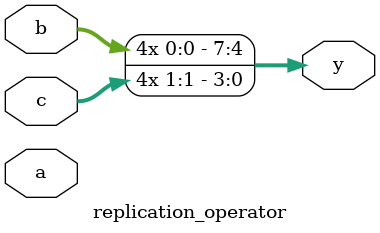
<source format=v>
`timescale 1ns / 1ps


module replication_operator(
input a,
input [3:0]b,
input [3:0]c,
output [7:0]y);

assign y = {a, {4{b[0]}}, {4{c[1]}}};


endmodule

</source>
